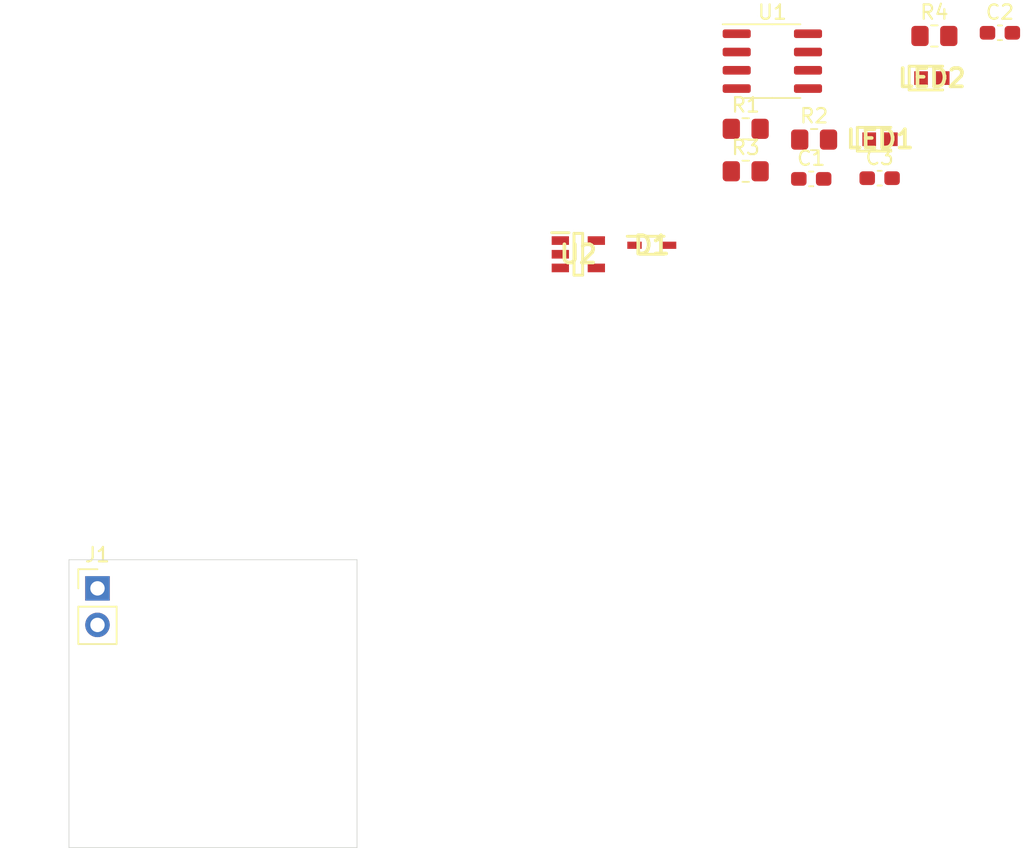
<source format=kicad_pcb>
(kicad_pcb (version 20171130) (host pcbnew 5.1.10-88a1d61d58~88~ubuntu18.04.1)

  (general
    (thickness 1.6)
    (drawings 4)
    (tracks 0)
    (zones 0)
    (modules 13)
    (nets 10)
  )

  (page A4)
  (layers
    (0 F.Cu signal)
    (31 B.Cu signal)
    (32 B.Adhes user)
    (33 F.Adhes user)
    (34 B.Paste user)
    (35 F.Paste user)
    (36 B.SilkS user)
    (37 F.SilkS user)
    (38 B.Mask user)
    (39 F.Mask user)
    (40 Dwgs.User user)
    (41 Cmts.User user)
    (42 Eco1.User user)
    (43 Eco2.User user)
    (44 Edge.Cuts user)
    (45 Margin user)
    (46 B.CrtYd user)
    (47 F.CrtYd user)
    (48 B.Fab user)
    (49 F.Fab user)
  )

  (setup
    (last_trace_width 0.25)
    (trace_clearance 0.2)
    (zone_clearance 0.508)
    (zone_45_only no)
    (trace_min 0.2)
    (via_size 0.8)
    (via_drill 0.4)
    (via_min_size 0.4)
    (via_min_drill 0.3)
    (uvia_size 0.3)
    (uvia_drill 0.1)
    (uvias_allowed no)
    (uvia_min_size 0.2)
    (uvia_min_drill 0.1)
    (edge_width 0.05)
    (segment_width 0.2)
    (pcb_text_width 0.3)
    (pcb_text_size 1.5 1.5)
    (mod_edge_width 0.12)
    (mod_text_size 1 1)
    (mod_text_width 0.15)
    (pad_size 1.524 1.524)
    (pad_drill 0.762)
    (pad_to_mask_clearance 0)
    (aux_axis_origin 0 0)
    (visible_elements FFFFFF7F)
    (pcbplotparams
      (layerselection 0x010fc_ffffffff)
      (usegerberextensions false)
      (usegerberattributes true)
      (usegerberadvancedattributes true)
      (creategerberjobfile true)
      (excludeedgelayer true)
      (linewidth 0.100000)
      (plotframeref false)
      (viasonmask false)
      (mode 1)
      (useauxorigin false)
      (hpglpennumber 1)
      (hpglpenspeed 20)
      (hpglpendiameter 15.000000)
      (psnegative false)
      (psa4output false)
      (plotreference true)
      (plotvalue true)
      (plotinvisibletext false)
      (padsonsilk false)
      (subtractmaskfromsilk false)
      (outputformat 1)
      (mirror false)
      (drillshape 1)
      (scaleselection 1)
      (outputdirectory ""))
  )

  (net 0 "")
  (net 1 "Net-(C1-Pad1)")
  (net 2 GND)
  (net 3 "Net-(C3-Pad1)")
  (net 4 "Net-(D1-Pad2)")
  (net 5 "Net-(LED1-Pad2)")
  (net 6 "Net-(LED2-Pad2)")
  (net 7 "Net-(R4-Pad1)")
  (net 8 "Net-(R2-Pad2)")
  (net 9 +3V3)

  (net_class Default "This is the default net class."
    (clearance 0.2)
    (trace_width 0.25)
    (via_dia 0.8)
    (via_drill 0.4)
    (uvia_dia 0.3)
    (uvia_drill 0.1)
    (add_net +3V3)
    (add_net GND)
    (add_net "Net-(C1-Pad1)")
    (add_net "Net-(C3-Pad1)")
    (add_net "Net-(D1-Pad2)")
    (add_net "Net-(LED1-Pad2)")
    (add_net "Net-(LED2-Pad2)")
    (add_net "Net-(R2-Pad2)")
    (add_net "Net-(R4-Pad1)")
  )

  (module 150060RS75000:LEDC1608X80N (layer F.Cu) (tedit 61CC38EE) (tstamp 61959A08)
    (at 156.310001 50.790001)
    (descr WL-SMCW)
    (tags LED)
    (path /6191A30E)
    (attr smd)
    (fp_text reference LED1 (at 0 0) (layer F.SilkS)
      (effects (font (size 1.27 1.27) (thickness 0.254)))
    )
    (fp_text value 150060VS75000 (at 0 0) (layer F.SilkS) hide
      (effects (font (size 1.27 1.27) (thickness 0.254)))
    )
    (fp_line (start -1.575 0.825) (end 0.75 0.825) (layer F.SilkS) (width 0.2))
    (fp_line (start -1.575 -0.825) (end -1.575 0.825) (layer F.SilkS) (width 0.2))
    (fp_line (start 0.75 -0.825) (end -1.575 -0.825) (layer F.SilkS) (width 0.2))
    (fp_line (start -0.8 -0.133) (end -0.533 -0.4) (layer Dwgs.User) (width 0.1))
    (fp_line (start -0.8 0.4) (end -0.8 -0.4) (layer Dwgs.User) (width 0.1))
    (fp_line (start 0.8 0.4) (end -0.8 0.4) (layer Dwgs.User) (width 0.1))
    (fp_line (start 0.8 -0.4) (end 0.8 0.4) (layer Dwgs.User) (width 0.1))
    (fp_line (start -0.8 -0.4) (end 0.8 -0.4) (layer Dwgs.User) (width 0.1))
    (fp_line (start -1.675 0.925) (end -1.675 -0.925) (layer Dwgs.User) (width 0.05))
    (fp_line (start 1.675 0.925) (end -1.675 0.925) (layer Dwgs.User) (width 0.05))
    (fp_line (start 1.675 -0.925) (end 1.675 0.925) (layer Dwgs.User) (width 0.05))
    (fp_line (start -1.675 -0.925) (end 1.675 -0.925) (layer Dwgs.User) (width 0.05))
    (pad 2 smd rect (at 0.75 0 90) (size 0.95 0.95) (layers F.Cu F.Paste F.Mask)
      (net 5 "Net-(LED1-Pad2)"))
    (pad 1 smd rect (at -0.75 0 90) (size 0.95 0.95) (layers F.Cu F.Paste F.Mask)
      (net 2 GND))
    (model /home/luke/masters/test_circuits/libs/LIB_150060VS75000/150060VS75000/3D/150060VS75000.stp
      (at (xyz 0 0 0))
      (scale (xyz 1 1 1))
      (rotate (xyz -90 0 0))
    )
  )

  (module Resistor_SMD:R_0805_2012Metric_Pad1.20x1.40mm_HandSolder (layer F.Cu) (tedit 61CC38E1) (tstamp 61959A3C)
    (at 151.735001 50.815001)
    (descr "Resistor SMD 0805 (2012 Metric), square (rectangular) end terminal, IPC_7351 nominal with elongated pad for handsoldering. (Body size source: IPC-SM-782 page 72, https://www.pcb-3d.com/wordpress/wp-content/uploads/ipc-sm-782a_amendment_1_and_2.pdf), generated with kicad-footprint-generator")
    (tags "resistor handsolder")
    (path /618149C9)
    (attr smd)
    (fp_text reference R2 (at 0 -1.65) (layer F.SilkS)
      (effects (font (size 1 1) (thickness 0.15)))
    )
    (fp_text value 47k (at 0 1.65) (layer F.Fab)
      (effects (font (size 1 1) (thickness 0.15)))
    )
    (fp_line (start 1.85 0.95) (end -1.85 0.95) (layer F.CrtYd) (width 0.05))
    (fp_line (start 1.85 -0.95) (end 1.85 0.95) (layer F.CrtYd) (width 0.05))
    (fp_line (start -1.85 -0.95) (end 1.85 -0.95) (layer F.CrtYd) (width 0.05))
    (fp_line (start -1.85 0.95) (end -1.85 -0.95) (layer F.CrtYd) (width 0.05))
    (fp_line (start -0.227064 0.735) (end 0.227064 0.735) (layer F.SilkS) (width 0.12))
    (fp_line (start -0.227064 -0.735) (end 0.227064 -0.735) (layer F.SilkS) (width 0.12))
    (fp_line (start 1 0.625) (end -1 0.625) (layer F.Fab) (width 0.1))
    (fp_line (start 1 -0.625) (end 1 0.625) (layer F.Fab) (width 0.1))
    (fp_line (start -1 -0.625) (end 1 -0.625) (layer F.Fab) (width 0.1))
    (fp_line (start -1 0.625) (end -1 -0.625) (layer F.Fab) (width 0.1))
    (fp_text user %R (at 0 0) (layer F.Fab)
      (effects (font (size 0.5 0.5) (thickness 0.08)))
    )
    (pad 1 smd roundrect (at -1 0) (size 1.2 1.4) (layers F.Cu F.Paste F.Mask) (roundrect_rratio 0.208333)
      (net 9 +3V3))
    (pad 2 smd roundrect (at 1 0) (size 1.2 1.4) (layers F.Cu F.Paste F.Mask) (roundrect_rratio 0.208333)
      (net 8 "Net-(R2-Pad2)"))
    (model ${KISYS3DMOD}/Resistor_SMD.3dshapes/R_0805_2012Metric.wrl
      (at (xyz 0 0 0))
      (scale (xyz 1 1 1))
      (rotate (xyz 0 0 0))
    )
  )

  (module Resistor_SMD:R_0805_2012Metric_Pad1.20x1.40mm_HandSolder (layer F.Cu) (tedit 61CC38D8) (tstamp 61959A2B)
    (at 146.985001 50.065001)
    (descr "Resistor SMD 0805 (2012 Metric), square (rectangular) end terminal, IPC_7351 nominal with elongated pad for handsoldering. (Body size source: IPC-SM-782 page 72, https://www.pcb-3d.com/wordpress/wp-content/uploads/ipc-sm-782a_amendment_1_and_2.pdf), generated with kicad-footprint-generator")
    (tags "resistor handsolder")
    (path /6191D75E)
    (attr smd)
    (fp_text reference R1 (at 0 -1.65) (layer F.SilkS)
      (effects (font (size 1 1) (thickness 0.15)))
    )
    (fp_text value 2k (at 0 1.65) (layer F.Fab)
      (effects (font (size 1 1) (thickness 0.15)))
    )
    (fp_line (start -1 0.625) (end -1 -0.625) (layer F.Fab) (width 0.1))
    (fp_line (start -1 -0.625) (end 1 -0.625) (layer F.Fab) (width 0.1))
    (fp_line (start 1 -0.625) (end 1 0.625) (layer F.Fab) (width 0.1))
    (fp_line (start 1 0.625) (end -1 0.625) (layer F.Fab) (width 0.1))
    (fp_line (start -0.227064 -0.735) (end 0.227064 -0.735) (layer F.SilkS) (width 0.12))
    (fp_line (start -0.227064 0.735) (end 0.227064 0.735) (layer F.SilkS) (width 0.12))
    (fp_line (start -1.85 0.95) (end -1.85 -0.95) (layer F.CrtYd) (width 0.05))
    (fp_line (start -1.85 -0.95) (end 1.85 -0.95) (layer F.CrtYd) (width 0.05))
    (fp_line (start 1.85 -0.95) (end 1.85 0.95) (layer F.CrtYd) (width 0.05))
    (fp_line (start 1.85 0.95) (end -1.85 0.95) (layer F.CrtYd) (width 0.05))
    (fp_text user %R (at 0 0) (layer F.Fab)
      (effects (font (size 0.5 0.5) (thickness 0.08)))
    )
    (pad 2 smd roundrect (at 1 0) (size 1.2 1.4) (layers F.Cu F.Paste F.Mask) (roundrect_rratio 0.208333)
      (net 5 "Net-(LED1-Pad2)"))
    (pad 1 smd roundrect (at -1 0) (size 1.2 1.4) (layers F.Cu F.Paste F.Mask) (roundrect_rratio 0.208333)
      (net 9 +3V3))
    (model ${KISYS3DMOD}/Resistor_SMD.3dshapes/R_0805_2012Metric.wrl
      (at (xyz 0 0 0))
      (scale (xyz 1 1 1))
      (rotate (xyz 0 0 0))
    )
  )

  (module Capacitor_SMD:C_0603_1608Metric_Pad1.08x0.95mm_HandSolder (layer F.Cu) (tedit 61CC38CC) (tstamp 619599E0)
    (at 156.285001 53.495001)
    (descr "Capacitor SMD 0603 (1608 Metric), square (rectangular) end terminal, IPC_7351 nominal with elongated pad for handsoldering. (Body size source: IPC-SM-782 page 76, https://www.pcb-3d.com/wordpress/wp-content/uploads/ipc-sm-782a_amendment_1_and_2.pdf), generated with kicad-footprint-generator")
    (tags "capacitor handsolder")
    (path /61815AA7)
    (attr smd)
    (fp_text reference C3 (at 0 -1.43) (layer F.SilkS)
      (effects (font (size 1 1) (thickness 0.15)))
    )
    (fp_text value 1uF (at 0 1.43) (layer F.Fab)
      (effects (font (size 1 1) (thickness 0.15)))
    )
    (fp_line (start 1.65 0.73) (end -1.65 0.73) (layer F.CrtYd) (width 0.05))
    (fp_line (start 1.65 -0.73) (end 1.65 0.73) (layer F.CrtYd) (width 0.05))
    (fp_line (start -1.65 -0.73) (end 1.65 -0.73) (layer F.CrtYd) (width 0.05))
    (fp_line (start -1.65 0.73) (end -1.65 -0.73) (layer F.CrtYd) (width 0.05))
    (fp_line (start -0.146267 0.51) (end 0.146267 0.51) (layer F.SilkS) (width 0.12))
    (fp_line (start -0.146267 -0.51) (end 0.146267 -0.51) (layer F.SilkS) (width 0.12))
    (fp_line (start 0.8 0.4) (end -0.8 0.4) (layer F.Fab) (width 0.1))
    (fp_line (start 0.8 -0.4) (end 0.8 0.4) (layer F.Fab) (width 0.1))
    (fp_line (start -0.8 -0.4) (end 0.8 -0.4) (layer F.Fab) (width 0.1))
    (fp_line (start -0.8 0.4) (end -0.8 -0.4) (layer F.Fab) (width 0.1))
    (fp_text user %R (at 0 0) (layer F.Fab)
      (effects (font (size 0.4 0.4) (thickness 0.06)))
    )
    (pad 1 smd roundrect (at -0.8625 0) (size 1.075 0.95) (layers F.Cu F.Paste F.Mask) (roundrect_rratio 0.25)
      (net 3 "Net-(C3-Pad1)"))
    (pad 2 smd roundrect (at 0.8625 0) (size 1.075 0.95) (layers F.Cu F.Paste F.Mask) (roundrect_rratio 0.25)
      (net 2 GND))
    (model ${KISYS3DMOD}/Capacitor_SMD.3dshapes/C_0603_1608Metric.wrl
      (at (xyz 0 0 0))
      (scale (xyz 1 1 1))
      (rotate (xyz 0 0 0))
    )
  )

  (module Capacitor_SMD:C_0603_1608Metric_Pad1.08x0.95mm_HandSolder (layer F.Cu) (tedit 61CC38C2) (tstamp 619599BE)
    (at 151.535001 53.545001)
    (descr "Capacitor SMD 0603 (1608 Metric), square (rectangular) end terminal, IPC_7351 nominal with elongated pad for handsoldering. (Body size source: IPC-SM-782 page 76, https://www.pcb-3d.com/wordpress/wp-content/uploads/ipc-sm-782a_amendment_1_and_2.pdf), generated with kicad-footprint-generator")
    (tags "capacitor handsolder")
    (path /6199A05E)
    (attr smd)
    (fp_text reference C1 (at 0 -1.43) (layer F.SilkS)
      (effects (font (size 1 1) (thickness 0.15)))
    )
    (fp_text value 1uF (at 0 1.43) (layer F.Fab)
      (effects (font (size 1 1) (thickness 0.15)))
    )
    (fp_line (start 1.65 0.73) (end -1.65 0.73) (layer F.CrtYd) (width 0.05))
    (fp_line (start 1.65 -0.73) (end 1.65 0.73) (layer F.CrtYd) (width 0.05))
    (fp_line (start -1.65 -0.73) (end 1.65 -0.73) (layer F.CrtYd) (width 0.05))
    (fp_line (start -1.65 0.73) (end -1.65 -0.73) (layer F.CrtYd) (width 0.05))
    (fp_line (start -0.146267 0.51) (end 0.146267 0.51) (layer F.SilkS) (width 0.12))
    (fp_line (start -0.146267 -0.51) (end 0.146267 -0.51) (layer F.SilkS) (width 0.12))
    (fp_line (start 0.8 0.4) (end -0.8 0.4) (layer F.Fab) (width 0.1))
    (fp_line (start 0.8 -0.4) (end 0.8 0.4) (layer F.Fab) (width 0.1))
    (fp_line (start -0.8 -0.4) (end 0.8 -0.4) (layer F.Fab) (width 0.1))
    (fp_line (start -0.8 0.4) (end -0.8 -0.4) (layer F.Fab) (width 0.1))
    (fp_text user %R (at 0 0) (layer F.Fab)
      (effects (font (size 0.4 0.4) (thickness 0.06)))
    )
    (pad 1 smd roundrect (at -0.8625 0) (size 1.075 0.95) (layers F.Cu F.Paste F.Mask) (roundrect_rratio 0.25)
      (net 1 "Net-(C1-Pad1)"))
    (pad 2 smd roundrect (at 0.8625 0) (size 1.075 0.95) (layers F.Cu F.Paste F.Mask) (roundrect_rratio 0.25)
      (net 2 GND))
    (model ${KISYS3DMOD}/Capacitor_SMD.3dshapes/C_0603_1608Metric.wrl
      (at (xyz 0 0 0))
      (scale (xyz 1 1 1))
      (rotate (xyz 0 0 0))
    )
  )

  (module Resistor_SMD:R_0805_2012Metric_Pad1.20x1.40mm_HandSolder (layer F.Cu) (tedit 61CC38B6) (tstamp 61959A4D)
    (at 146.985001 53.015001)
    (descr "Resistor SMD 0805 (2012 Metric), square (rectangular) end terminal, IPC_7351 nominal with elongated pad for handsoldering. (Body size source: IPC-SM-782 page 72, https://www.pcb-3d.com/wordpress/wp-content/uploads/ipc-sm-782a_amendment_1_and_2.pdf), generated with kicad-footprint-generator")
    (tags "resistor handsolder")
    (path /6181524D)
    (attr smd)
    (fp_text reference R3 (at 0 -1.65) (layer F.SilkS)
      (effects (font (size 1 1) (thickness 0.15)))
    )
    (fp_text value 120k (at 0 1.65) (layer F.Fab)
      (effects (font (size 1 1) (thickness 0.15)))
    )
    (fp_line (start -1 0.625) (end -1 -0.625) (layer F.Fab) (width 0.1))
    (fp_line (start -1 -0.625) (end 1 -0.625) (layer F.Fab) (width 0.1))
    (fp_line (start 1 -0.625) (end 1 0.625) (layer F.Fab) (width 0.1))
    (fp_line (start 1 0.625) (end -1 0.625) (layer F.Fab) (width 0.1))
    (fp_line (start -0.227064 -0.735) (end 0.227064 -0.735) (layer F.SilkS) (width 0.12))
    (fp_line (start -0.227064 0.735) (end 0.227064 0.735) (layer F.SilkS) (width 0.12))
    (fp_line (start -1.85 0.95) (end -1.85 -0.95) (layer F.CrtYd) (width 0.05))
    (fp_line (start -1.85 -0.95) (end 1.85 -0.95) (layer F.CrtYd) (width 0.05))
    (fp_line (start 1.85 -0.95) (end 1.85 0.95) (layer F.CrtYd) (width 0.05))
    (fp_line (start 1.85 0.95) (end -1.85 0.95) (layer F.CrtYd) (width 0.05))
    (fp_text user %R (at 0 0) (layer F.Fab)
      (effects (font (size 0.5 0.5) (thickness 0.08)))
    )
    (pad 2 smd roundrect (at 1 0) (size 1.2 1.4) (layers F.Cu F.Paste F.Mask) (roundrect_rratio 0.208333)
      (net 3 "Net-(C3-Pad1)"))
    (pad 1 smd roundrect (at -1 0) (size 1.2 1.4) (layers F.Cu F.Paste F.Mask) (roundrect_rratio 0.208333)
      (net 8 "Net-(R2-Pad2)"))
    (model ${KISYS3DMOD}/Resistor_SMD.3dshapes/R_0805_2012Metric.wrl
      (at (xyz 0 0 0))
      (scale (xyz 1 1 1))
      (rotate (xyz 0 0 0))
    )
  )

  (module SOT95P280X145-5N (layer F.Cu) (tedit 61CC38A9) (tstamp 61959EC6)
    (at 135.365001 58.780001)
    (descr DBV0005A)
    (tags "Integrated Circuit")
    (path /61920E2F)
    (attr smd)
    (fp_text reference U2 (at 0 0) (layer F.SilkS)
      (effects (font (size 1.27 1.27) (thickness 0.254)))
    )
    (fp_text value TPS7A2033PDBVR (at 0 0) (layer F.SilkS) hide
      (effects (font (size 1.27 1.27) (thickness 0.254)))
    )
    (fp_line (start -2.1 -1.775) (end 2.1 -1.775) (layer Dwgs.User) (width 0.05))
    (fp_line (start 2.1 -1.775) (end 2.1 1.775) (layer Dwgs.User) (width 0.05))
    (fp_line (start 2.1 1.775) (end -2.1 1.775) (layer Dwgs.User) (width 0.05))
    (fp_line (start -2.1 1.775) (end -2.1 -1.775) (layer Dwgs.User) (width 0.05))
    (fp_line (start -0.8 -1.45) (end 0.8 -1.45) (layer Dwgs.User) (width 0.1))
    (fp_line (start 0.8 -1.45) (end 0.8 1.45) (layer Dwgs.User) (width 0.1))
    (fp_line (start 0.8 1.45) (end -0.8 1.45) (layer Dwgs.User) (width 0.1))
    (fp_line (start -0.8 1.45) (end -0.8 -1.45) (layer Dwgs.User) (width 0.1))
    (fp_line (start -0.8 -0.5) (end 0.15 -1.45) (layer Dwgs.User) (width 0.1))
    (fp_line (start -0.3 -1.45) (end 0.3 -1.45) (layer F.SilkS) (width 0.2))
    (fp_line (start 0.3 -1.45) (end 0.3 1.45) (layer F.SilkS) (width 0.2))
    (fp_line (start 0.3 1.45) (end -0.3 1.45) (layer F.SilkS) (width 0.2))
    (fp_line (start -0.3 1.45) (end -0.3 -1.45) (layer F.SilkS) (width 0.2))
    (fp_line (start -1.85 -1.5) (end -0.65 -1.5) (layer F.SilkS) (width 0.2))
    (pad 1 smd rect (at -1.25 -0.95 90) (size 0.6 1.2) (layers F.Cu F.Paste F.Mask)
      (net 1 "Net-(C1-Pad1)"))
    (pad 2 smd rect (at -1.25 0 90) (size 0.6 1.2) (layers F.Cu F.Paste F.Mask)
      (net 2 GND))
    (pad 3 smd rect (at -1.25 0.95 90) (size 0.6 1.2) (layers F.Cu F.Paste F.Mask)
      (net 1 "Net-(C1-Pad1)"))
    (pad 4 smd rect (at 1.25 0.95 90) (size 0.6 1.2) (layers F.Cu F.Paste F.Mask))
    (pad 5 smd rect (at 1.25 -0.95 90) (size 0.6 1.2) (layers F.Cu F.Paste F.Mask)
      (net 9 +3V3))
    (model /home/luke/masters/test_circuits/libs/LIB_TPS7A2033PDBVR/TPS7A2033PDBVR/3D/TPS7A2033PDBVR.stp
      (at (xyz 0 0 0))
      (scale (xyz 1 1 1))
      (rotate (xyz 0 0 0))
    )
  )

  (module SOD2512X110N (layer F.Cu) (tedit 61CC38A2) (tstamp 61959EAF)
    (at 140.465001 58.155001)
    (descr "SOD-323 - case 477-02 - issue H")
    (tags Diode)
    (path /6191EC96)
    (attr smd)
    (fp_text reference D1 (at 0 0) (layer F.SilkS)
      (effects (font (size 1.27 1.27) (thickness 0.254)))
    )
    (fp_text value NSR0530HT1G (at 0 0) (layer F.SilkS) hide
      (effects (font (size 1.27 1.27) (thickness 0.254)))
    )
    (fp_line (start -1.95 -1.15) (end 1.95 -1.15) (layer Dwgs.User) (width 0.05))
    (fp_line (start 1.95 -1.15) (end 1.95 1.15) (layer Dwgs.User) (width 0.05))
    (fp_line (start 1.95 1.15) (end -1.95 1.15) (layer Dwgs.User) (width 0.05))
    (fp_line (start -1.95 1.15) (end -1.95 -1.15) (layer Dwgs.User) (width 0.05))
    (fp_line (start -0.85 -0.625) (end 0.85 -0.625) (layer Dwgs.User) (width 0.1))
    (fp_line (start 0.85 -0.625) (end 0.85 0.625) (layer Dwgs.User) (width 0.1))
    (fp_line (start 0.85 0.625) (end -0.85 0.625) (layer Dwgs.User) (width 0.1))
    (fp_line (start -0.85 0.625) (end -0.85 -0.625) (layer Dwgs.User) (width 0.1))
    (fp_line (start -0.85 -0.125) (end -0.35 -0.625) (layer Dwgs.User) (width 0.1))
    (fp_line (start -1.7 -0.625) (end 0.85 -0.625) (layer F.SilkS) (width 0.2))
    (fp_line (start -0.85 0.625) (end 0.85 0.625) (layer F.SilkS) (width 0.2))
    (pad 1 smd rect (at -1.2 0 90) (size 0.5 1) (layers F.Cu F.Paste F.Mask)
      (net 1 "Net-(C1-Pad1)"))
    (pad 2 smd rect (at 1.2 0 90) (size 0.5 1) (layers F.Cu F.Paste F.Mask)
      (net 4 "Net-(D1-Pad2)"))
    (model /home/luke/masters/test_circuits/libs/LIB_NSR0530HT1G/NSR0530HT1G/3D/NSR0530HT1G.stp
      (at (xyz 0 0 0))
      (scale (xyz 1 1 1))
      (rotate (xyz 0 0 0))
    )
  )

  (module 150060RS75000:LEDC1608X80N (layer F.Cu) (tedit 61CC3893) (tstamp 61959A1A)
    (at 159.910001 46.540001)
    (descr WL-SMCW)
    (tags LED)
    (path /619189CF)
    (attr smd)
    (fp_text reference LED2 (at 0 0) (layer F.SilkS)
      (effects (font (size 1.27 1.27) (thickness 0.254)))
    )
    (fp_text value 150060VS75000 (at 0 0) (layer F.SilkS) hide
      (effects (font (size 1.27 1.27) (thickness 0.254)))
    )
    (fp_line (start -1.675 -0.925) (end 1.675 -0.925) (layer Dwgs.User) (width 0.05))
    (fp_line (start 1.675 -0.925) (end 1.675 0.925) (layer Dwgs.User) (width 0.05))
    (fp_line (start 1.675 0.925) (end -1.675 0.925) (layer Dwgs.User) (width 0.05))
    (fp_line (start -1.675 0.925) (end -1.675 -0.925) (layer Dwgs.User) (width 0.05))
    (fp_line (start -0.8 -0.4) (end 0.8 -0.4) (layer Dwgs.User) (width 0.1))
    (fp_line (start 0.8 -0.4) (end 0.8 0.4) (layer Dwgs.User) (width 0.1))
    (fp_line (start 0.8 0.4) (end -0.8 0.4) (layer Dwgs.User) (width 0.1))
    (fp_line (start -0.8 0.4) (end -0.8 -0.4) (layer Dwgs.User) (width 0.1))
    (fp_line (start -0.8 -0.133) (end -0.533 -0.4) (layer Dwgs.User) (width 0.1))
    (fp_line (start 0.75 -0.825) (end -1.575 -0.825) (layer F.SilkS) (width 0.2))
    (fp_line (start -1.575 -0.825) (end -1.575 0.825) (layer F.SilkS) (width 0.2))
    (fp_line (start -1.575 0.825) (end 0.75 0.825) (layer F.SilkS) (width 0.2))
    (pad 1 smd rect (at -0.75 0 90) (size 0.95 0.95) (layers F.Cu F.Paste F.Mask)
      (net 2 GND))
    (pad 2 smd rect (at 0.75 0 90) (size 0.95 0.95) (layers F.Cu F.Paste F.Mask)
      (net 6 "Net-(LED2-Pad2)"))
    (model /home/luke/masters/test_circuits/libs/LIB_150060VS75000/150060VS75000/3D/150060VS75000.stp
      (at (xyz 0 0 0))
      (scale (xyz 1 1 1))
      (rotate (xyz -90 0 0))
    )
  )

  (module Capacitor_SMD:C_0603_1608Metric_Pad1.08x0.95mm_HandSolder (layer F.Cu) (tedit 61CC3887) (tstamp 619599CF)
    (at 164.635001 43.395001)
    (descr "Capacitor SMD 0603 (1608 Metric), square (rectangular) end terminal, IPC_7351 nominal with elongated pad for handsoldering. (Body size source: IPC-SM-782 page 76, https://www.pcb-3d.com/wordpress/wp-content/uploads/ipc-sm-782a_amendment_1_and_2.pdf), generated with kicad-footprint-generator")
    (tags "capacitor handsolder")
    (path /619985E7)
    (attr smd)
    (fp_text reference C2 (at 0 -1.43) (layer F.SilkS)
      (effects (font (size 1 1) (thickness 0.15)))
    )
    (fp_text value 1uF (at 0 1.43) (layer F.Fab)
      (effects (font (size 1 1) (thickness 0.15)))
    )
    (fp_line (start -0.8 0.4) (end -0.8 -0.4) (layer F.Fab) (width 0.1))
    (fp_line (start -0.8 -0.4) (end 0.8 -0.4) (layer F.Fab) (width 0.1))
    (fp_line (start 0.8 -0.4) (end 0.8 0.4) (layer F.Fab) (width 0.1))
    (fp_line (start 0.8 0.4) (end -0.8 0.4) (layer F.Fab) (width 0.1))
    (fp_line (start -0.146267 -0.51) (end 0.146267 -0.51) (layer F.SilkS) (width 0.12))
    (fp_line (start -0.146267 0.51) (end 0.146267 0.51) (layer F.SilkS) (width 0.12))
    (fp_line (start -1.65 0.73) (end -1.65 -0.73) (layer F.CrtYd) (width 0.05))
    (fp_line (start -1.65 -0.73) (end 1.65 -0.73) (layer F.CrtYd) (width 0.05))
    (fp_line (start 1.65 -0.73) (end 1.65 0.73) (layer F.CrtYd) (width 0.05))
    (fp_line (start 1.65 0.73) (end -1.65 0.73) (layer F.CrtYd) (width 0.05))
    (fp_text user %R (at 0 0) (layer F.Fab)
      (effects (font (size 0.4 0.4) (thickness 0.06)))
    )
    (pad 2 smd roundrect (at 0.8625 0) (size 1.075 0.95) (layers F.Cu F.Paste F.Mask) (roundrect_rratio 0.25)
      (net 2 GND))
    (pad 1 smd roundrect (at -0.8625 0) (size 1.075 0.95) (layers F.Cu F.Paste F.Mask) (roundrect_rratio 0.25)
      (net 9 +3V3))
    (model ${KISYS3DMOD}/Capacitor_SMD.3dshapes/C_0603_1608Metric.wrl
      (at (xyz 0 0 0))
      (scale (xyz 1 1 1))
      (rotate (xyz 0 0 0))
    )
  )

  (module Resistor_SMD:R_0805_2012Metric_Pad1.20x1.40mm_HandSolder (layer F.Cu) (tedit 61CC387E) (tstamp 61959A5E)
    (at 160.085001 43.615001)
    (descr "Resistor SMD 0805 (2012 Metric), square (rectangular) end terminal, IPC_7351 nominal with elongated pad for handsoldering. (Body size source: IPC-SM-782 page 72, https://www.pcb-3d.com/wordpress/wp-content/uploads/ipc-sm-782a_amendment_1_and_2.pdf), generated with kicad-footprint-generator")
    (tags "resistor handsolder")
    (path /6191C8B9)
    (attr smd)
    (fp_text reference R4 (at 0 -1.65) (layer F.SilkS)
      (effects (font (size 1 1) (thickness 0.15)))
    )
    (fp_text value 2k (at 0 1.65) (layer F.Fab)
      (effects (font (size 1 1) (thickness 0.15)))
    )
    (fp_line (start 1.85 0.95) (end -1.85 0.95) (layer F.CrtYd) (width 0.05))
    (fp_line (start 1.85 -0.95) (end 1.85 0.95) (layer F.CrtYd) (width 0.05))
    (fp_line (start -1.85 -0.95) (end 1.85 -0.95) (layer F.CrtYd) (width 0.05))
    (fp_line (start -1.85 0.95) (end -1.85 -0.95) (layer F.CrtYd) (width 0.05))
    (fp_line (start -0.227064 0.735) (end 0.227064 0.735) (layer F.SilkS) (width 0.12))
    (fp_line (start -0.227064 -0.735) (end 0.227064 -0.735) (layer F.SilkS) (width 0.12))
    (fp_line (start 1 0.625) (end -1 0.625) (layer F.Fab) (width 0.1))
    (fp_line (start 1 -0.625) (end 1 0.625) (layer F.Fab) (width 0.1))
    (fp_line (start -1 -0.625) (end 1 -0.625) (layer F.Fab) (width 0.1))
    (fp_line (start -1 0.625) (end -1 -0.625) (layer F.Fab) (width 0.1))
    (fp_text user %R (at 0 0) (layer F.Fab)
      (effects (font (size 0.5 0.5) (thickness 0.08)))
    )
    (pad 1 smd roundrect (at -1 0) (size 1.2 1.4) (layers F.Cu F.Paste F.Mask) (roundrect_rratio 0.208333)
      (net 7 "Net-(R4-Pad1)"))
    (pad 2 smd roundrect (at 1 0) (size 1.2 1.4) (layers F.Cu F.Paste F.Mask) (roundrect_rratio 0.208333)
      (net 6 "Net-(LED2-Pad2)"))
    (model ${KISYS3DMOD}/Resistor_SMD.3dshapes/R_0805_2012Metric.wrl
      (at (xyz 0 0 0))
      (scale (xyz 1 1 1))
      (rotate (xyz 0 0 0))
    )
  )

  (module Connector_PinHeader_2.54mm:PinHeader_1x02_P2.54mm_Vertical locked (layer F.Cu) (tedit 61CC386D) (tstamp 619599F6)
    (at 101.98 81.99)
    (descr "Through hole straight pin header, 1x02, 2.54mm pitch, single row")
    (tags "Through hole pin header THT 1x02 2.54mm single row")
    (path /61957754)
    (fp_text reference J1 (at 0 -2.33) (layer F.SilkS)
      (effects (font (size 1 1) (thickness 0.15)))
    )
    (fp_text value Conn_01x02_Male (at 0 4.87) (layer F.Fab)
      (effects (font (size 1 1) (thickness 0.15)))
    )
    (fp_line (start 1.8 -1.8) (end -1.8 -1.8) (layer F.CrtYd) (width 0.05))
    (fp_line (start 1.8 4.35) (end 1.8 -1.8) (layer F.CrtYd) (width 0.05))
    (fp_line (start -1.8 4.35) (end 1.8 4.35) (layer F.CrtYd) (width 0.05))
    (fp_line (start -1.8 -1.8) (end -1.8 4.35) (layer F.CrtYd) (width 0.05))
    (fp_line (start -1.33 -1.33) (end 0 -1.33) (layer F.SilkS) (width 0.12))
    (fp_line (start -1.33 0) (end -1.33 -1.33) (layer F.SilkS) (width 0.12))
    (fp_line (start -1.33 1.27) (end 1.33 1.27) (layer F.SilkS) (width 0.12))
    (fp_line (start 1.33 1.27) (end 1.33 3.87) (layer F.SilkS) (width 0.12))
    (fp_line (start -1.33 1.27) (end -1.33 3.87) (layer F.SilkS) (width 0.12))
    (fp_line (start -1.33 3.87) (end 1.33 3.87) (layer F.SilkS) (width 0.12))
    (fp_line (start -1.27 -0.635) (end -0.635 -1.27) (layer F.Fab) (width 0.1))
    (fp_line (start -1.27 3.81) (end -1.27 -0.635) (layer F.Fab) (width 0.1))
    (fp_line (start 1.27 3.81) (end -1.27 3.81) (layer F.Fab) (width 0.1))
    (fp_line (start 1.27 -1.27) (end 1.27 3.81) (layer F.Fab) (width 0.1))
    (fp_line (start -0.635 -1.27) (end 1.27 -1.27) (layer F.Fab) (width 0.1))
    (fp_text user %R (at 0 1.27 90) (layer F.Fab)
      (effects (font (size 1 1) (thickness 0.15)))
    )
    (pad 1 thru_hole rect (at 0 0) (size 1.7 1.7) (drill 1) (layers *.Cu *.Mask)
      (net 4 "Net-(D1-Pad2)"))
    (pad 2 thru_hole oval (at 0 2.54) (size 1.7 1.7) (drill 1) (layers *.Cu *.Mask)
      (net 2 GND))
    (model ${KISYS3DMOD}/Connector_PinHeader_2.54mm.3dshapes/PinHeader_1x02_P2.54mm_Vertical.wrl
      (at (xyz 0 0 0))
      (scale (xyz 1 1 1))
      (rotate (xyz 0 0 0))
    )
  )

  (module Package_SO:SOIC-8_3.9x4.9mm_P1.27mm (layer F.Cu) (tedit 61CC3860) (tstamp 61959A78)
    (at 148.835001 45.365001)
    (descr "SOIC, 8 Pin (JEDEC MS-012AA, https://www.analog.com/media/en/package-pcb-resources/package/pkg_pdf/soic_narrow-r/r_8.pdf), generated with kicad-footprint-generator ipc_gullwing_generator.py")
    (tags "SOIC SO")
    (path /618110F2)
    (attr smd)
    (fp_text reference U1 (at 0 -3.4) (layer F.SilkS)
      (effects (font (size 1 1) (thickness 0.15)))
    )
    (fp_text value NE555D (at 0 3.4) (layer F.Fab)
      (effects (font (size 1 1) (thickness 0.15)))
    )
    (fp_line (start 3.7 -2.7) (end -3.7 -2.7) (layer F.CrtYd) (width 0.05))
    (fp_line (start 3.7 2.7) (end 3.7 -2.7) (layer F.CrtYd) (width 0.05))
    (fp_line (start -3.7 2.7) (end 3.7 2.7) (layer F.CrtYd) (width 0.05))
    (fp_line (start -3.7 -2.7) (end -3.7 2.7) (layer F.CrtYd) (width 0.05))
    (fp_line (start -1.95 -1.475) (end -0.975 -2.45) (layer F.Fab) (width 0.1))
    (fp_line (start -1.95 2.45) (end -1.95 -1.475) (layer F.Fab) (width 0.1))
    (fp_line (start 1.95 2.45) (end -1.95 2.45) (layer F.Fab) (width 0.1))
    (fp_line (start 1.95 -2.45) (end 1.95 2.45) (layer F.Fab) (width 0.1))
    (fp_line (start -0.975 -2.45) (end 1.95 -2.45) (layer F.Fab) (width 0.1))
    (fp_line (start 0 -2.56) (end -3.45 -2.56) (layer F.SilkS) (width 0.12))
    (fp_line (start 0 -2.56) (end 1.95 -2.56) (layer F.SilkS) (width 0.12))
    (fp_line (start 0 2.56) (end -1.95 2.56) (layer F.SilkS) (width 0.12))
    (fp_line (start 0 2.56) (end 1.95 2.56) (layer F.SilkS) (width 0.12))
    (fp_text user %R (at 0 0) (layer F.Fab)
      (effects (font (size 0.98 0.98) (thickness 0.15)))
    )
    (pad 1 smd roundrect (at -2.475 -1.905) (size 1.95 0.6) (layers F.Cu F.Paste F.Mask) (roundrect_rratio 0.25)
      (net 2 GND))
    (pad 2 smd roundrect (at -2.475 -0.635) (size 1.95 0.6) (layers F.Cu F.Paste F.Mask) (roundrect_rratio 0.25)
      (net 3 "Net-(C3-Pad1)"))
    (pad 3 smd roundrect (at -2.475 0.635) (size 1.95 0.6) (layers F.Cu F.Paste F.Mask) (roundrect_rratio 0.25)
      (net 7 "Net-(R4-Pad1)"))
    (pad 4 smd roundrect (at -2.475 1.905) (size 1.95 0.6) (layers F.Cu F.Paste F.Mask) (roundrect_rratio 0.25)
      (net 9 +3V3))
    (pad 5 smd roundrect (at 2.475 1.905) (size 1.95 0.6) (layers F.Cu F.Paste F.Mask) (roundrect_rratio 0.25))
    (pad 6 smd roundrect (at 2.475 0.635) (size 1.95 0.6) (layers F.Cu F.Paste F.Mask) (roundrect_rratio 0.25)
      (net 3 "Net-(C3-Pad1)"))
    (pad 7 smd roundrect (at 2.475 -0.635) (size 1.95 0.6) (layers F.Cu F.Paste F.Mask) (roundrect_rratio 0.25)
      (net 8 "Net-(R2-Pad2)"))
    (pad 8 smd roundrect (at 2.475 -1.905) (size 1.95 0.6) (layers F.Cu F.Paste F.Mask) (roundrect_rratio 0.25)
      (net 9 +3V3))
    (model ${KISYS3DMOD}/Package_SO.3dshapes/SOIC-8_3.9x4.9mm_P1.27mm.wrl
      (at (xyz 0 0 0))
      (scale (xyz 1 1 1))
      (rotate (xyz 0 0 0))
    )
  )

  (gr_line (start 120 100) (end 100 100) (layer Edge.Cuts) (width 0.05) (tstamp 61959BFC))
  (gr_line (start 120 80) (end 120 100) (layer Edge.Cuts) (width 0.05))
  (gr_line (start 100 80) (end 120 80) (layer Edge.Cuts) (width 0.05))
  (gr_line (start 100 100) (end 100 80) (layer Edge.Cuts) (width 0.05))

)

</source>
